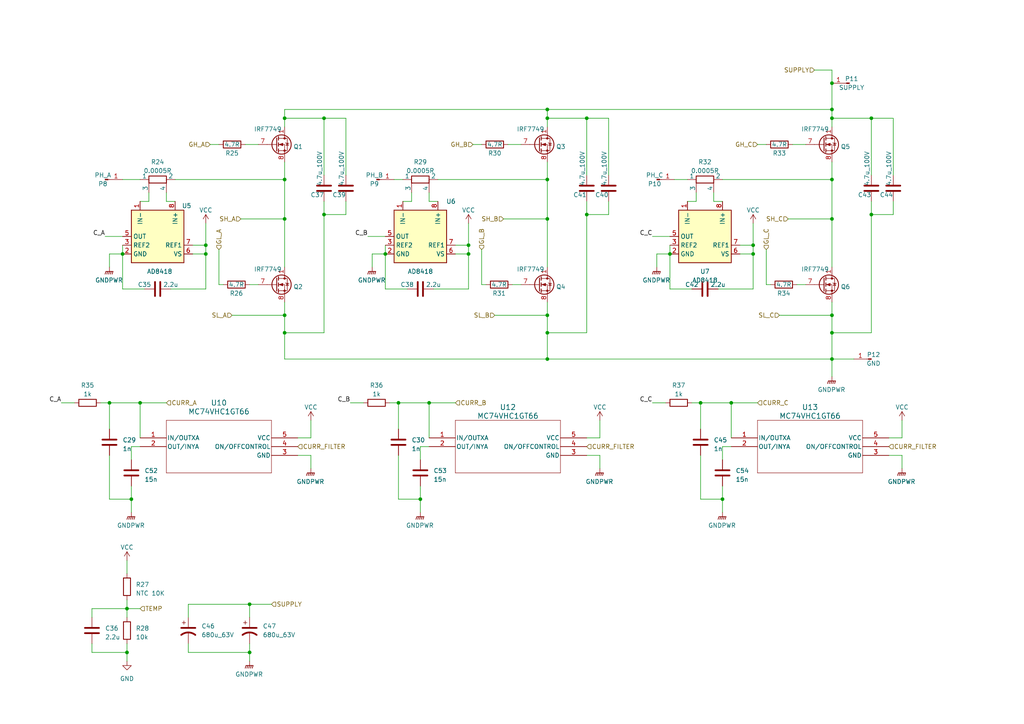
<source format=kicad_sch>
(kicad_sch (version 20230121) (generator eeschema)
  (paper "A4")
  (lib_symbols
    (symbol "AD8418_1"
      (property "Reference" "U2" (at 7.0359 8.89 0))
      (property "Value" "AD8418" (at -3.1241 -10.16 0))
      (symbol "AD8418_1_0_1"
        (rectangle (start -7.62 7.62) (end 7.62 -7.62) (stroke (width 0.254)) (fill (type background)))
      )
      (symbol "AD8418_1_1_1"
        (pin input line (at -5.08 10.16 270) (length 2.54) (name "IN-") (number "1"))
        (pin power_in line (at -10.16 -5.08 0) (length 2.54) (name "GND") (number "2"))
        (pin input line (at -10.16 -2.54 0) (length 2.54) (name "REF2") (number "3"))
        (pin no_connect line (at 2.54 -7.62 90) (length 2.54) hide (name "NC") (number "4"))
        (pin output line (at -10.16 0 0) (length 2.54) (name "OUT") (number "5"))
        (pin power_in line (at 10.16 -5.08 180) (length 2.54) (name "VS") (number "6"))
        (pin input line (at 10.16 -2.54 180) (length 2.54) (name "REF1") (number "7"))
        (pin input line (at 5.08 10.16 270) (length 2.54) (name "IN+") (number "8"))
      )
    )
    (symbol "AD8418_2"
      (property "Reference" "U2" (at 7.0359 8.89 0))
      (property "Value" "AD8418" (at -3.1241 -10.16 0))
      (symbol "AD8418_2_0_1"
        (rectangle (start -7.62 7.62) (end 7.62 -7.62) (stroke (width 0.254)) (fill (type background)))
      )
      (symbol "AD8418_2_1_1"
        (pin input line (at -5.08 10.16 270) (length 2.54) (name "IN-") (number "1"))
        (pin power_in line (at -10.16 -5.08 0) (length 2.54) (name "GND") (number "2"))
        (pin input line (at -10.16 -2.54 0) (length 2.54) (name "REF2") (number "3"))
        (pin no_connect line (at 2.54 -7.62 90) (length 2.54) hide (name "NC") (number "4"))
        (pin output line (at -10.16 0 0) (length 2.54) (name "OUT") (number "5"))
        (pin power_in line (at 10.16 -5.08 180) (length 2.54) (name "VS") (number "6"))
        (pin input line (at 10.16 -2.54 180) (length 2.54) (name "REF1") (number "7"))
        (pin input line (at 5.08 10.16 270) (length 2.54) (name "IN+") (number "8"))
      )
    )
    (symbol "Amplifier_Current:AD8418"
      (property "Reference" "U2" (at 7.0359 8.89 0))
      (property "Value" "AD8418" (at -3.1241 -10.16 0))
      (symbol "AD8418_0_1"
        (rectangle (start -7.62 7.62) (end 7.62 -7.62) (stroke (width 0.254)) (fill (type background)))
      )
      (symbol "AD8418_1_1"
        (pin input line (at -5.08 10.16 270) (length 2.54) (name "IN-") (number "1"))
        (pin power_in line (at -10.16 -5.08 0) (length 2.54) (name "GND") (number "2"))
        (pin input line (at -10.16 -2.54 0) (length 2.54) (name "REF2") (number "3"))
        (pin no_connect line (at 2.54 -7.62 90) (length 2.54) hide (name "NC") (number "4"))
        (pin output line (at -10.16 0 0) (length 2.54) (name "OUT") (number "5"))
        (pin power_in line (at 10.16 -5.08 180) (length 2.54) (name "VS") (number "6"))
        (pin input line (at 10.16 -2.54 180) (length 2.54) (name "REF1") (number "7"))
        (pin input line (at 5.08 10.16 270) (length 2.54) (name "IN+") (number "8"))
      )
    )
    (symbol "Connector:Conn_01x01_Pin" (pin_names (offset 1.016) hide)
      (property "Reference" "J" (at 0 2.54 0))
      (property "Value" "Conn_01x01_Pin" (at 0 -2.54 0))
      (symbol "Conn_01x01_Pin_1_1"
        (polyline (pts (xy 1.27 0) (xy 0.8636 0)) (stroke (width 0.1524)))
        (rectangle (start 0.8636 0.127) (end 0 -0.127) (stroke (width 0.1524)) (fill (type outline)))
        (pin passive line (at 5.08 0 180) (length 3.81) (name "Pin_1") (number "1"))
      )
    )
    (symbol "Device:C" (pin_numbers hide) (pin_names (offset 0.254))
      (property "Reference" "C" (at 0.635 2.54 0))
      (property "Value" "C" (at 0.635 -2.54 0))
      (symbol "C_0_1"
        (polyline (pts (xy -2.032 -0.762) (xy 2.032 -0.762)) (stroke (width 0.508)))
        (polyline (pts (xy -2.032 0.762) (xy 2.032 0.762)) (stroke (width 0.508)))
      )
      (symbol "C_1_1"
        (pin passive line (at 0 3.81 270) (length 2.794) (name "~") (number "1"))
        (pin passive line (at 0 -3.81 90) (length 2.794) (name "~") (number "2"))
      )
    )
    (symbol "Device:C_Polarized_US" (pin_numbers hide) (pin_names (offset 0.254) hide)
      (property "Reference" "C" (at 0.635 2.54 0))
      (property "Value" "C_Polarized_US" (at 0.635 -2.54 0))
      (symbol "C_Polarized_US_0_1"
        (polyline (pts (xy -2.032 0.762) (xy 2.032 0.762)) (stroke (width 0.508)))
        (polyline (pts (xy -1.778 2.286) (xy -0.762 2.286)))
        (polyline (pts (xy -1.27 1.778) (xy -1.27 2.794)))
        (arc (start 2.032 -1.27) (mid 0 -0.5572) (end -2.032 -1.27) (stroke (width 0.508)))
      )
      (symbol "C_Polarized_US_1_1"
        (pin passive line (at 0 3.81 270) (length 2.794) (name "~") (number "1"))
        (pin passive line (at 0 -3.81 90) (length 3.302) (name "~") (number "2"))
      )
    )
    (symbol "Device:R" (pin_numbers hide) (pin_names (offset 0))
      (property "Reference" "R" (at 2.032 0 90))
      (property "Value" "R" (at 0 0 90))
      (symbol "R_0_1"
        (rectangle (start -1.016 -2.54) (end 1.016 2.54) (stroke (width 0.254)))
      )
      (symbol "R_1_1"
        (pin passive line (at 0 3.81 270) (length 1.27) (name "~") (number "1"))
        (pin passive line (at 0 -3.81 90) (length 1.27) (name "~") (number "2"))
      )
    )
    (symbol "Device:R_Shunt" (pin_numbers hide) (pin_names (offset 0))
      (property "Reference" "R24" (at 0 5.08 90))
      (property "Value" "0.0005R" (at 0 2.54 90))
      (symbol "R_Shunt_0_1"
        (rectangle (start -1.016 -2.54) (end 1.016 2.54) (stroke (width 0.254)))
        (polyline (pts (xy 0 -2.54) (xy 1.27 -2.54)))
        (polyline (pts (xy 1.27 2.54) (xy 0 2.54)))
      )
      (symbol "R_Shunt_1_1"
        (pin passive line (at 0 -5.08 90) (length 2.54) (name "1") (number "1"))
        (pin passive line (at 0 5.08 270) (length 2.54) (name "2") (number "2"))
        (pin passive line (at 3.81 -2.54 180) (length 2.54) (name "3") (number "3"))
        (pin passive line (at 3.81 2.54 180) (length 2.54) (name "4") (number "4"))
      )
    )
    (symbol "M74VHC1GT66DFT1G:MC74VHC1GT66DF1G" (pin_names (offset 0.254))
      (property "Reference" "U10" (at 33.02 8.89 0))
      (property "Value" "MC74VHC1GT66" (at 33.02 6.35 0))
      (symbol "MC74VHC1GT66DF1G_0_1"
        (polyline (pts (xy 17.78 -10.16) (xy 48.26 -10.16)) (stroke (width 0.127)))
        (polyline (pts (xy 17.78 5.08) (xy 17.78 -10.16)) (stroke (width 0.127)))
        (polyline (pts (xy 48.26 -10.16) (xy 48.26 5.08)) (stroke (width 0.127)))
        (polyline (pts (xy 48.26 5.08) (xy 17.78 5.08)) (stroke (width 0.127)))
        (pin bidirectional line (at 10.16 0 0) (length 7.62) (name "IN/OUTXA") (number "1"))
        (pin bidirectional line (at 10.16 -2.54 0) (length 7.62) (name "OUT/INYA") (number "2"))
        (pin power_in line (at 55.88 -5.08 180) (length 7.62) (name "GND") (number "3"))
        (pin bidirectional line (at 55.88 -2.54 180) (length 7.62) (name "ON/OFFCONTROL") (number "4"))
        (pin power_in line (at 55.88 0 180) (length 7.62) (name "VCC") (number "5"))
      )
    )
    (symbol "MC74VHC1GT66DF1G_1" (pin_names (offset 0.254))
      (property "Reference" "U10" (at 33.02 8.89 0))
      (property "Value" "MC74VHC1GT66" (at 33.02 6.35 0))
      (symbol "MC74VHC1GT66DF1G_1_0_1"
        (polyline (pts (xy 17.78 -10.16) (xy 48.26 -10.16)) (stroke (width 0.127)))
        (polyline (pts (xy 17.78 5.08) (xy 17.78 -10.16)) (stroke (width 0.127)))
        (polyline (pts (xy 48.26 -10.16) (xy 48.26 5.08)) (stroke (width 0.127)))
        (polyline (pts (xy 48.26 5.08) (xy 17.78 5.08)) (stroke (width 0.127)))
        (pin bidirectional line (at 10.16 0 0) (length 7.62) (name "IN/OUTXA") (number "1"))
        (pin bidirectional line (at 10.16 -2.54 0) (length 7.62) (name "OUT/INYA") (number "2"))
        (pin power_in line (at 55.88 -5.08 180) (length 7.62) (name "GND") (number "3"))
        (pin bidirectional line (at 55.88 -2.54 180) (length 7.62) (name "ON/OFFCONTROL") (number "4"))
        (pin power_in line (at 55.88 0 180) (length 7.62) (name "VCC") (number "5"))
      )
    )
    (symbol "MC74VHC1GT66DF1G_2" (pin_names (offset 0.254))
      (property "Reference" "U10" (at 33.02 8.89 0))
      (property "Value" "MC74VHC1GT66" (at 33.02 6.35 0))
      (symbol "MC74VHC1GT66DF1G_2_0_1"
        (polyline (pts (xy 17.78 -10.16) (xy 48.26 -10.16)) (stroke (width 0.127)))
        (polyline (pts (xy 17.78 5.08) (xy 17.78 -10.16)) (stroke (width 0.127)))
        (polyline (pts (xy 48.26 -10.16) (xy 48.26 5.08)) (stroke (width 0.127)))
        (polyline (pts (xy 48.26 5.08) (xy 17.78 5.08)) (stroke (width 0.127)))
        (pin bidirectional line (at 10.16 0 0) (length 7.62) (name "IN/OUTXA") (number "1"))
        (pin bidirectional line (at 10.16 -2.54 0) (length 7.62) (name "OUT/INYA") (number "2"))
        (pin power_in line (at 55.88 -5.08 180) (length 7.62) (name "GND") (number "3"))
        (pin bidirectional line (at 55.88 -2.54 180) (length 7.62) (name "ON/OFFCONTROL") (number "4"))
        (pin power_in line (at 55.88 0 180) (length 7.62) (name "VCC") (number "5"))
      )
    )
    (symbol "Q_NMOS_DGS_1" (pin_names (offset 0) hide)
      (property "Reference" "Q1" (at 5.08 -0.635 0))
      (property "Value" "IRF7749" (at -6.35 4.445 0))
      (symbol "Q_NMOS_DGS_1_0_1"
        (polyline (pts (xy 0.254 0) (xy -2.54 0)))
        (polyline (pts (xy 0.254 1.905) (xy 0.254 -1.905)) (stroke (width 0.254)))
        (polyline (pts (xy 0.762 -1.27) (xy 0.762 -2.286)) (stroke (width 0.254)))
        (polyline (pts (xy 0.762 0.508) (xy 0.762 -0.508)) (stroke (width 0.254)))
        (polyline (pts (xy 0.762 2.286) (xy 0.762 1.27)) (stroke (width 0.254)))
        (polyline (pts (xy 2.54 2.54) (xy 2.54 1.778)))
        (polyline (pts (xy 2.54 -2.54) (xy 2.54 0) (xy 0.762 0)))
        (polyline (pts (xy 0.762 -1.778) (xy 3.302 -1.778) (xy 3.302 1.778) (xy 0.762 1.778)))
        (polyline (pts (xy 1.016 0) (xy 2.032 0.381) (xy 2.032 -0.381) (xy 1.016 0)) (fill (type outline)))
        (polyline (pts (xy 2.794 0.508) (xy 2.921 0.381) (xy 3.683 0.381) (xy 3.81 0.254)))
        (polyline (pts (xy 3.302 0.381) (xy 2.921 -0.254) (xy 3.683 -0.254) (xy 3.302 0.381)))
        (circle (center 1.651 0) (radius 2.794) (stroke (width 0.254)))
        (circle (center 2.54 -1.778) (radius 0.254) (fill (type outline)))
        (circle (center 2.54 1.778) (radius 0.254) (fill (type outline)))
      )
      (symbol "Q_NMOS_DGS_1_1_1"
        (pin passive line (at 2.54 5.08 270) (length 2.54) (name "D") (number "1"))
        (pin input line (at -5.08 0 0) (length 2.54) (name "G") (number "7"))
        (pin passive line (at 2.54 -5.08 90) (length 2.54) (name "S") (number "8"))
      )
    )
    (symbol "Q_NMOS_DGS_2" (pin_names (offset 0) hide)
      (property "Reference" "Q3" (at 5.08 -0.635 0))
      (property "Value" "IRF7749" (at -6.35 4.445 0))
      (symbol "Q_NMOS_DGS_2_0_1"
        (polyline (pts (xy 0.254 0) (xy -2.54 0)))
        (polyline (pts (xy 0.254 1.905) (xy 0.254 -1.905)) (stroke (width 0.254)))
        (polyline (pts (xy 0.762 -1.27) (xy 0.762 -2.286)) (stroke (width 0.254)))
        (polyline (pts (xy 0.762 0.508) (xy 0.762 -0.508)) (stroke (width 0.254)))
        (polyline (pts (xy 0.762 2.286) (xy 0.762 1.27)) (stroke (width 0.254)))
        (polyline (pts (xy 2.54 2.54) (xy 2.54 1.778)))
        (polyline (pts (xy 2.54 -2.54) (xy 2.54 0) (xy 0.762 0)))
        (polyline (pts (xy 0.762 -1.778) (xy 3.302 -1.778) (xy 3.302 1.778) (xy 0.762 1.778)))
        (polyline (pts (xy 1.016 0) (xy 2.032 0.381) (xy 2.032 -0.381) (xy 1.016 0)) (fill (type outline)))
        (polyline (pts (xy 2.794 0.508) (xy 2.921 0.381) (xy 3.683 0.381) (xy 3.81 0.254)))
        (polyline (pts (xy 3.302 0.381) (xy 2.921 -0.254) (xy 3.683 -0.254) (xy 3.302 0.381)))
        (circle (center 1.651 0) (radius 2.794) (stroke (width 0.254)))
        (circle (center 2.54 -1.778) (radius 0.254) (fill (type outline)))
        (circle (center 2.54 1.778) (radius 0.254) (fill (type outline)))
      )
      (symbol "Q_NMOS_DGS_2_1_1"
        (pin passive line (at 2.54 5.08 270) (length 2.54) (name "D") (number "1"))
        (pin input line (at -5.08 0 0) (length 2.54) (name "G") (number "7"))
        (pin passive line (at 2.54 -5.08 90) (length 2.54) (name "S") (number "8"))
      )
    )
    (symbol "R_Shunt_1" (pin_numbers hide) (pin_names (offset 0))
      (property "Reference" "R24" (at 0 5.08 90))
      (property "Value" "0.0005R" (at 0 2.54 90))
      (symbol "R_Shunt_1_0_1"
        (rectangle (start -1.016 -2.54) (end 1.016 2.54) (stroke (width 0.254)))
        (polyline (pts (xy 0 -2.54) (xy 1.27 -2.54)))
        (polyline (pts (xy 1.27 2.54) (xy 0 2.54)))
      )
      (symbol "R_Shunt_1_1_1"
        (pin passive line (at 0 -5.08 90) (length 2.54) (name "1") (number "1"))
        (pin passive line (at 0 5.08 270) (length 2.54) (name "2") (number "2"))
        (pin passive line (at 3.81 -2.54 180) (length 2.54) (name "3") (number "3"))
        (pin passive line (at 3.81 2.54 180) (length 2.54) (name "4") (number "4"))
      )
    )
    (symbol "R_Shunt_2" (pin_numbers hide) (pin_names (offset 0))
      (property "Reference" "R24" (at 0 5.08 90))
      (property "Value" "0.0005R" (at 0 2.54 90))
      (symbol "R_Shunt_2_0_1"
        (rectangle (start -1.016 -2.54) (end 1.016 2.54) (stroke (width 0.254)))
        (polyline (pts (xy 0 -2.54) (xy 1.27 -2.54)))
        (polyline (pts (xy 1.27 2.54) (xy 0 2.54)))
      )
      (symbol "R_Shunt_2_1_1"
        (pin passive line (at 0 -5.08 90) (length 2.54) (name "1") (number "1"))
        (pin passive line (at 0 5.08 270) (length 2.54) (name "2") (number "2"))
        (pin passive line (at 3.81 -2.54 180) (length 2.54) (name "3") (number "3"))
        (pin passive line (at 3.81 2.54 180) (length 2.54) (name "4") (number "4"))
      )
    )
    (symbol "power:GND" (power) (pin_names (offset 0))
      (property "Value" "GND" (at 0 -3.81 0))
      (symbol "GND_0_1"
        (polyline (pts (xy 0 0) (xy 0 -1.27) (xy 1.27 -1.27) (xy 0 -2.54) (xy -1.27 -1.27) (xy 0 -1.27)))
      )
      (symbol "GND_1_1"
        (pin power_in line (at 0 0 270) (length 0) hide (name "GND") (number "1"))
      )
    )
    (symbol "power:GNDPWR" (power) (pin_names (offset 0))
      (property "Value" "GNDPWR" (at 0 -3.302 0))
      (symbol "GNDPWR_0_1"
        (polyline (pts (xy 0 -1.27) (xy 0 0)))
        (polyline (pts (xy -1.016 -1.27) (xy -1.27 -2.032) (xy -1.27 -2.032)) (stroke (width 0.2032)))
        (polyline (pts (xy -0.508 -1.27) (xy -0.762 -2.032) (xy -0.762 -2.032)) (stroke (width 0.2032)))
        (polyline (pts (xy 0 -1.27) (xy -0.254 -2.032) (xy -0.254 -2.032)) (stroke (width 0.2032)))
        (polyline (pts (xy 0.508 -1.27) (xy 0.254 -2.032) (xy 0.254 -2.032)) (stroke (width 0.2032)))
        (polyline (pts (xy 1.016 -1.27) (xy -1.016 -1.27) (xy -1.016 -1.27)) (stroke (width 0.2032)))
        (polyline (pts (xy 1.016 -1.27) (xy 0.762 -2.032) (xy 0.762 -2.032) (xy 0.762 -2.032)) (stroke (width 0.2032)))
      )
      (symbol "GNDPWR_1_1"
        (pin power_in line (at 0 0 270) (length 0) hide (name "GNDPWR") (number "1"))
      )
    )
    (symbol "power:VCC" (power) (pin_names (offset 0))
      (property "Value" "VCC" (at 0 3.81 0))
      (symbol "VCC_0_1"
        (polyline (pts (xy -0.762 1.27) (xy 0 2.54)))
        (polyline (pts (xy 0 0) (xy 0 2.54)))
        (polyline (pts (xy 0 2.54) (xy 0.762 1.27)))
      )
      (symbol "VCC_1_1"
        (pin power_in line (at 0 0 90) (length 0) hide (name "VCC") (number "1"))
      )
    )
  )
  (junction (at 241.3 34.29))
  (junction (at 72.39 175.26))
  (junction (at 170.18 34.29))
  (junction (at 212.09 116.84))
  (junction (at 158.75 96.52))
  (junction (at 158.75 34.29))
  (junction (at 135.89 73.66))
  (junction (at 59.69 71.12))
  (junction (at 93.98 34.29))
  (junction (at 82.55 52.07))
  (junction (at 93.98 62.23))
  (junction (at 40.64 116.84))
  (junction (at 241.3 91.44))
  (junction (at 194.31 73.66))
  (junction (at 158.75 63.5))
  (junction (at 241.3 96.52))
  (junction (at 82.55 63.5))
  (junction (at 82.55 96.52))
  (junction (at 218.44 73.66))
  (junction (at 36.83 176.53))
  (junction (at 209.55 144.78))
  (junction (at 82.55 34.29))
  (junction (at 31.75 116.84))
  (junction (at 170.18 62.23))
  (junction (at 124.46 116.84))
  (junction (at 72.39 189.23))
  (junction (at 59.69 73.66))
  (junction (at 158.75 52.07))
  (junction (at 135.89 71.12))
  (junction (at 252.73 34.29))
  (junction (at 218.44 71.12))
  (junction (at 115.57 116.84))
  (junction (at 203.2 116.84))
  (junction (at 241.3 31.75))
  (junction (at 121.92 144.78))
  (junction (at 35.56 73.66))
  (junction (at 252.73 62.23))
  (junction (at 241.3 104.14))
  (junction (at 158.75 91.44))
  (junction (at 38.1 144.78))
  (junction (at 241.3 24.13))
  (junction (at 241.3 63.5))
  (junction (at 82.55 91.44))
  (junction (at 36.83 189.23))
  (junction (at 241.3 52.07))
  (junction (at 111.76 73.66))
  (junction (at 158.75 104.14))
  (junction (at 158.75 31.75))
  (wire (pts (xy 72.39 175.26) (xy 78.74 175.26)))
  (wire (pts (xy 189.23 68.58) (xy 194.31 68.58)))
  (wire (pts (xy 201.93 58.42) (xy 201.93 55.88)))
  (wire (pts (xy 106.68 68.58) (xy 111.76 68.58)))
  (wire (pts (xy 17.78 116.84) (xy 21.59 116.84)))
  (wire (pts (xy 170.18 34.29) (xy 158.75 34.29)))
  (wire (pts (xy 176.53 50.8) (xy 176.53 34.29)))
  (wire (pts (xy 55.88 71.12) (xy 59.69 71.12)))
  (wire (pts (xy 30.48 68.58) (xy 35.56 68.58)))
  (wire (pts (xy 207.01 58.42) (xy 209.55 58.42)))
  (wire (pts (xy 135.89 73.66) (xy 135.89 83.82)))
  (wire (pts (xy 241.3 91.44) (xy 241.3 96.52)))
  (wire (pts (xy 158.75 96.52) (xy 158.75 104.14)))
  (wire (pts (xy 261.62 121.92) (xy 261.62 127)))
  (wire (pts (xy 26.67 186.69) (xy 26.67 189.23)))
  (wire (pts (xy 261.62 127) (xy 257.81 127)))
  (wire (pts (xy 241.3 31.75) (xy 241.3 24.13)))
  (wire (pts (xy 223.52 82.55) (xy 222.25 82.55)))
  (wire (pts (xy 26.67 176.53) (xy 36.83 176.53)))
  (wire (pts (xy 71.12 41.91) (xy 74.93 41.91)))
  (wire (pts (xy 116.84 58.42) (xy 119.38 58.42)))
  (wire (pts (xy 115.57 116.84) (xy 124.46 116.84)))
  (wire (pts (xy 40.64 127) (xy 40.64 116.84)))
  (wire (pts (xy 218.44 73.66) (xy 218.44 83.82)))
  (wire (pts (xy 121.92 144.78) (xy 121.92 148.59)))
  (wire (pts (xy 241.3 36.83) (xy 241.3 34.29)))
  (wire (pts (xy 36.83 176.53) (xy 40.64 176.53)))
  (wire (pts (xy 259.08 34.29) (xy 252.73 34.29)))
  (wire (pts (xy 31.75 144.78) (xy 38.1 144.78)))
  (wire (pts (xy 82.55 91.44) (xy 82.55 96.52)))
  (wire (pts (xy 31.75 132.08) (xy 31.75 144.78)))
  (wire (pts (xy 101.6 116.84) (xy 105.41 116.84)))
  (wire (pts (xy 252.73 96.52) (xy 241.3 96.52)))
  (wire (pts (xy 139.7 72.39) (xy 139.7 82.55)))
  (wire (pts (xy 90.17 132.08) (xy 90.17 135.89)))
  (wire (pts (xy 135.89 64.77) (xy 135.89 71.12)))
  (wire (pts (xy 59.69 71.12) (xy 59.69 73.66)))
  (wire (pts (xy 214.63 73.66) (xy 218.44 73.66)))
  (wire (pts (xy 93.98 50.8) (xy 93.98 34.29)))
  (wire (pts (xy 31.75 124.46) (xy 31.75 116.84)))
  (wire (pts (xy 252.73 50.8) (xy 252.73 34.29)))
  (wire (pts (xy 194.31 83.82) (xy 200.66 83.82)))
  (wire (pts (xy 40.64 129.54) (xy 38.1 129.54)))
  (wire (pts (xy 214.63 71.12) (xy 218.44 71.12)))
  (wire (pts (xy 158.75 46.99) (xy 158.75 52.07)))
  (wire (pts (xy 69.85 63.5) (xy 82.55 63.5)))
  (wire (pts (xy 93.98 62.23) (xy 93.98 96.52)))
  (wire (pts (xy 252.73 34.29) (xy 241.3 34.29)))
  (wire (pts (xy 35.56 73.66) (xy 31.75 73.66)))
  (wire (pts (xy 207.01 55.88) (xy 207.01 58.42)))
  (wire (pts (xy 31.75 116.84) (xy 40.64 116.84)))
  (wire (pts (xy 72.39 179.07) (xy 72.39 175.26)))
  (wire (pts (xy 252.73 62.23) (xy 252.73 96.52)))
  (wire (pts (xy 124.46 116.84) (xy 132.08 116.84)))
  (wire (pts (xy 63.5 72.39) (xy 63.5 82.55)))
  (wire (pts (xy 241.3 63.5) (xy 241.3 77.47)))
  (wire (pts (xy 48.26 58.42) (xy 50.8 58.42)))
  (wire (pts (xy 170.18 96.52) (xy 158.75 96.52)))
  (wire (pts (xy 38.1 129.54) (xy 38.1 133.35)))
  (wire (pts (xy 121.92 129.54) (xy 121.92 133.35)))
  (wire (pts (xy 111.76 83.82) (xy 118.11 83.82)))
  (wire (pts (xy 54.61 189.23) (xy 72.39 189.23)))
  (wire (pts (xy 259.08 58.42) (xy 259.08 62.23)))
  (wire (pts (xy 200.66 116.84) (xy 203.2 116.84)))
  (wire (pts (xy 82.55 34.29) (xy 82.55 31.75)))
  (wire (pts (xy 29.21 116.84) (xy 31.75 116.84)))
  (wire (pts (xy 60.96 41.91) (xy 63.5 41.91)))
  (wire (pts (xy 107.95 73.66) (xy 107.95 77.47)))
  (wire (pts (xy 212.09 116.84) (xy 219.71 116.84)))
  (wire (pts (xy 132.08 71.12) (xy 135.89 71.12)))
  (wire (pts (xy 158.75 63.5) (xy 158.75 77.47)))
  (wire (pts (xy 259.08 62.23) (xy 252.73 62.23)))
  (wire (pts (xy 113.03 116.84) (xy 115.57 116.84)))
  (wire (pts (xy 218.44 64.77) (xy 218.44 71.12)))
  (wire (pts (xy 203.2 132.08) (xy 203.2 144.78)))
  (wire (pts (xy 115.57 144.78) (xy 121.92 144.78)))
  (wire (pts (xy 241.3 104.14) (xy 241.3 109.22)))
  (wire (pts (xy 241.3 34.29) (xy 241.3 31.75)))
  (wire (pts (xy 115.57 124.46) (xy 115.57 116.84)))
  (wire (pts (xy 82.55 31.75) (xy 158.75 31.75)))
  (wire (pts (xy 115.57 132.08) (xy 115.57 144.78)))
  (wire (pts (xy 124.46 127) (xy 124.46 116.84)))
  (wire (pts (xy 100.33 58.42) (xy 100.33 62.23)))
  (wire (pts (xy 111.76 73.66) (xy 111.76 83.82)))
  (wire (pts (xy 146.05 63.5) (xy 158.75 63.5)))
  (wire (pts (xy 82.55 104.14) (xy 158.75 104.14)))
  (wire (pts (xy 203.2 116.84) (xy 212.09 116.84)))
  (wire (pts (xy 212.09 129.54) (xy 209.55 129.54)))
  (wire (pts (xy 54.61 186.69) (xy 54.61 189.23)))
  (wire (pts (xy 90.17 121.92) (xy 90.17 127)))
  (wire (pts (xy 31.75 73.66) (xy 31.75 77.47)))
  (wire (pts (xy 173.99 132.08) (xy 173.99 135.89)))
  (wire (pts (xy 257.81 132.08) (xy 261.62 132.08)))
  (wire (pts (xy 170.18 58.42) (xy 170.18 62.23)))
  (wire (pts (xy 43.18 58.42) (xy 43.18 55.88)))
  (wire (pts (xy 241.3 87.63) (xy 241.3 91.44)))
  (wire (pts (xy 194.31 73.66) (xy 194.31 83.82)))
  (wire (pts (xy 36.83 162.56) (xy 36.83 166.37)))
  (wire (pts (xy 100.33 34.29) (xy 93.98 34.29)))
  (wire (pts (xy 124.46 55.88) (xy 124.46 58.42)))
  (wire (pts (xy 36.83 176.53) (xy 36.83 179.07)))
  (wire (pts (xy 72.39 82.55) (xy 74.93 82.55)))
  (wire (pts (xy 203.2 124.46) (xy 203.2 116.84)))
  (wire (pts (xy 173.99 127) (xy 170.18 127)))
  (wire (pts (xy 48.26 55.88) (xy 48.26 58.42)))
  (wire (pts (xy 82.55 63.5) (xy 82.55 77.47)))
  (wire (pts (xy 67.31 91.44) (xy 82.55 91.44)))
  (wire (pts (xy 111.76 73.66) (xy 107.95 73.66)))
  (wire (pts (xy 36.83 173.99) (xy 36.83 176.53)))
  (wire (pts (xy 125.73 83.82) (xy 135.89 83.82)))
  (wire (pts (xy 35.56 73.66) (xy 35.56 83.82)))
  (wire (pts (xy 93.98 34.29) (xy 82.55 34.29)))
  (wire (pts (xy 86.36 132.08) (xy 90.17 132.08)))
  (wire (pts (xy 176.53 58.42) (xy 176.53 62.23)))
  (wire (pts (xy 114.3 52.07) (xy 116.84 52.07)))
  (wire (pts (xy 119.38 58.42) (xy 119.38 55.88)))
  (wire (pts (xy 158.75 36.83) (xy 158.75 34.29)))
  (wire (pts (xy 252.73 58.42) (xy 252.73 62.23)))
  (wire (pts (xy 40.64 116.84) (xy 48.26 116.84)))
  (wire (pts (xy 158.75 31.75) (xy 241.3 31.75)))
  (wire (pts (xy 121.92 140.97) (xy 121.92 144.78)))
  (wire (pts (xy 26.67 179.07) (xy 26.67 176.53)))
  (wire (pts (xy 35.56 52.07) (xy 40.64 52.07)))
  (wire (pts (xy 158.75 34.29) (xy 158.75 31.75)))
  (wire (pts (xy 59.69 64.77) (xy 59.69 71.12)))
  (wire (pts (xy 170.18 132.08) (xy 173.99 132.08)))
  (wire (pts (xy 176.53 34.29) (xy 170.18 34.29)))
  (wire (pts (xy 147.32 41.91) (xy 151.13 41.91)))
  (wire (pts (xy 229.87 41.91) (xy 233.68 41.91)))
  (wire (pts (xy 38.1 140.97) (xy 38.1 144.78)))
  (wire (pts (xy 59.69 73.66) (xy 59.69 83.82)))
  (wire (pts (xy 82.55 87.63) (xy 82.55 91.44)))
  (wire (pts (xy 143.51 91.44) (xy 158.75 91.44)))
  (wire (pts (xy 203.2 144.78) (xy 209.55 144.78)))
  (wire (pts (xy 100.33 62.23) (xy 93.98 62.23)))
  (wire (pts (xy 173.99 121.92) (xy 173.99 127)))
  (wire (pts (xy 170.18 62.23) (xy 170.18 96.52)))
  (wire (pts (xy 195.58 52.07) (xy 199.39 52.07)))
  (wire (pts (xy 64.77 82.55) (xy 63.5 82.55)))
  (wire (pts (xy 209.55 144.78) (xy 209.55 148.59)))
  (wire (pts (xy 219.71 41.91) (xy 222.25 41.91)))
  (wire (pts (xy 49.53 83.82) (xy 59.69 83.82)))
  (wire (pts (xy 259.08 50.8) (xy 259.08 34.29)))
  (wire (pts (xy 90.17 127) (xy 86.36 127)))
  (wire (pts (xy 54.61 175.26) (xy 54.61 179.07)))
  (wire (pts (xy 222.25 72.39) (xy 222.25 82.55)))
  (wire (pts (xy 158.75 52.07) (xy 158.75 63.5)))
  (wire (pts (xy 72.39 175.26) (xy 54.61 175.26)))
  (wire (pts (xy 72.39 189.23) (xy 72.39 186.69)))
  (wire (pts (xy 36.83 189.23) (xy 36.83 191.77)))
  (wire (pts (xy 209.55 140.97) (xy 209.55 144.78)))
  (wire (pts (xy 35.56 71.12) (xy 35.56 73.66)))
  (wire (pts (xy 111.76 71.12) (xy 111.76 73.66)))
  (wire (pts (xy 26.67 189.23) (xy 36.83 189.23)))
  (wire (pts (xy 93.98 96.52) (xy 82.55 96.52)))
  (wire (pts (xy 82.55 96.52) (xy 82.55 104.14)))
  (wire (pts (xy 55.88 73.66) (xy 59.69 73.66)))
  (wire (pts (xy 50.8 52.07) (xy 82.55 52.07)))
  (wire (pts (xy 199.39 58.42) (xy 201.93 58.42)))
  (wire (pts (xy 158.75 87.63) (xy 158.75 91.44)))
  (wire (pts (xy 231.14 82.55) (xy 233.68 82.55)))
  (wire (pts (xy 228.6 63.5) (xy 241.3 63.5)))
  (wire (pts (xy 93.98 58.42) (xy 93.98 62.23)))
  (wire (pts (xy 82.55 36.83) (xy 82.55 34.29)))
  (wire (pts (xy 241.3 24.13) (xy 241.3 20.32)))
  (wire (pts (xy 40.64 58.42) (xy 43.18 58.42)))
  (wire (pts (xy 135.89 71.12) (xy 135.89 73.66)))
  (wire (pts (xy 132.08 73.66) (xy 135.89 73.66)))
  (wire (pts (xy 170.18 50.8) (xy 170.18 34.29)))
  (wire (pts (xy 209.55 52.07) (xy 241.3 52.07)))
  (wire (pts (xy 212.09 127) (xy 212.09 116.84)))
  (wire (pts (xy 140.97 82.55) (xy 139.7 82.55)))
  (wire (pts (xy 72.39 189.23) (xy 72.39 191.77)))
  (wire (pts (xy 241.3 20.32) (xy 236.22 20.32)))
  (wire (pts (xy 218.44 71.12) (xy 218.44 73.66)))
  (wire (pts (xy 148.59 82.55) (xy 151.13 82.55)))
  (wire (pts (xy 82.55 46.99) (xy 82.55 52.07)))
  (wire (pts (xy 194.31 73.66) (xy 190.5 73.66)))
  (wire (pts (xy 38.1 144.78) (xy 38.1 148.59)))
  (wire (pts (xy 137.16 41.91) (xy 139.7 41.91)))
  (wire (pts (xy 241.3 52.07) (xy 241.3 63.5)))
  (wire (pts (xy 189.23 116.84) (xy 193.04 116.84)))
  (wire (pts (xy 36.83 186.69) (xy 36.83 189.23)))
  (wire (pts (xy 241.3 104.14) (xy 247.65 104.14)))
  (wire (pts (xy 241.3 46.99) (xy 241.3 52.07)))
  (wire (pts (xy 100.33 50.8) (xy 100.33 34.29)))
  (wire (pts (xy 158.75 91.44) (xy 158.75 96.52)))
  (wire (pts (xy 241.3 96.52) (xy 241.3 104.14)))
  (wire (pts (xy 194.31 71.12) (xy 194.31 73.66)))
  (wire (pts (xy 208.28 83.82) (xy 218.44 83.82)))
  (wire (pts (xy 158.75 104.14) (xy 241.3 104.14)))
  (wire (pts (xy 82.55 52.07) (xy 82.55 63.5)))
  (wire (pts (xy 127 52.07) (xy 158.75 52.07)))
  (wire (pts (xy 226.06 91.44) (xy 241.3 91.44)))
  (wire (pts (xy 261.62 132.08) (xy 261.62 135.89)))
  (wire (pts (xy 35.56 83.82) (xy 41.91 83.82)))
  (wire (pts (xy 209.55 129.54) (xy 209.55 133.35)))
  (wire (pts (xy 190.5 73.66) (xy 190.5 77.47)))
  (wire (pts (xy 176.53 62.23) (xy 170.18 62.23)))
  (wire (pts (xy 124.46 58.42) (xy 127 58.42)))
  (wire (pts (xy 124.46 129.54) (xy 121.92 129.54)))
  (label "C_C" (at 189.23 116.84 180))
  (label "C_A" (at 17.78 116.84 180))
  (label "C_C" (at 189.23 68.58 180))
  (label "C_B" (at 106.68 68.58 180))
  (label "C_B" (at 101.6 116.84 180))
  (label "C_A" (at 30.48 68.58 180))
  (hierarchical_label "CURR_A" (shape input) (at 48.26 116.84 0))
  (hierarchical_label "SL_C" (shape input) (at 226.06 91.44 180))
  (hierarchical_label "SL_B" (shape input) (at 143.51 91.44 180))
  (hierarchical_label "TEMP" (shape input) (at 40.64 176.53 0))
  (hierarchical_label "SH_B" (shape input) (at 146.05 63.5 180))
  (hierarchical_label "SUPPLY" (shape input) (at 236.22 20.32 180))
  (hierarchical_label "SH_C" (shape input) (at 228.6 63.5 180))
  (hierarchical_label "GH_C" (shape input) (at 219.71 41.91 180))
  (hierarchical_label "CURR_B" (shape input) (at 132.08 116.84 0))
  (hierarchical_label "SH_A" (shape input) (at 69.85 63.5 180))
  (hierarchical_label "CURR_FILTER" (shape input) (at 257.81 129.54 0))
  (hierarchical_label "CURR_FILTER" (shape input) (at 170.18 129.54 0))
  (hierarchical_label "GH_A" (shape input) (at 60.96 41.91 180))
  (hierarchical_label "SL_A" (shape input) (at 67.31 91.44 180))
  (hierarchical_label "CURR_C" (shape input) (at 219.71 116.84 0))
  (hierarchical_label "GL_C" (shape input) (at 222.25 72.39 90))
  (hierarchical_label "SUPPLY" (shape input) (at 78.74 175.26 0))
  (hierarchical_label "GL_B" (shape input) (at 139.7 72.39 90))
  (hierarchical_label "CURR_FILTER" (shape input) (at 86.36 129.54 0))
  (hierarchical_label "GH_B" (shape input) (at 137.16 41.91 180))
  (hierarchical_label "GL_A" (shape input) (at 63.5 72.39 90))
  (symbol (lib_id "power:GNDPWR") (at 90.17 135.89 0) (unit 1)
    (property "Reference" "#PWR027" (effects hide))
    (property "Value" "GNDPWR" (at 90.043 139.7 0))
  )
  (symbol (lib_id "Device:C") (at 176.53 54.61 180) (unit 1)
    (property "Reference" "C40" (at 176.53 56.515 0) (effects (justify left)))
    (property "Value" "4.7u_100V" (at 175.26 43.815 90) (effects (justify left)))
    (property "Footprint" "DRV8301_:CAPC3216X190N" (effects hide))
  )
  (symbol (lib_id "Device:R") (at 143.51 41.91 90) (unit 1)
    (property "Reference" "R30" (at 143.51 44.45 90))
    (property "Value" "4.7R" (at 143.51 41.91 90))
    (property "Footprint" "DRV8301_:RESC1608X55N" (effects hide))
  )
  (symbol (lib_name "Q_NMOS_DGS_2") (lib_id "Device:Q_NMOS_DGS") (at 156.21 82.55 0) (unit 1)
    (property "Reference" "Q4" (at 161.29 83.185 0) (effects (justify left)))
    (property "Value" "IRF7749" (at 149.86 78.105 0) (effects (justify left)))
    (property "Footprint" "Power_:DIRECTFET_L8_INF" (effects hide))
  )
  (symbol (lib_id "power:GNDPWR") (at 241.3 109.22 0) (unit 1)
    (property "Reference" "#PWR025" (effects hide))
    (property "Value" "GNDPWR" (at 241.173 113.03 0))
  )
  (symbol (lib_id "Device:C") (at 115.57 128.27 0) (unit 1)
    (property "Reference" "C30" (at 119.38 127.635 0) (effects (justify left)))
    (property "Value" "1n" (at 119.38 130.175 0) (effects (justify left)))
    (property "Footprint" "Power_:CAPC2012X88N" (effects hide))
  )
  (symbol (lib_id "power:VCC") (at 135.89 64.77 0) (unit 1)
    (property "Reference" "#PWR021" (effects hide))
    (property "Value" "VCC" (at 135.89 60.96 0))
  )
  (symbol (lib_id "Device:C") (at 121.92 83.82 90) (unit 1)
    (property "Reference" "C38" (at 118.11 82.55 90))
    (property "Value" "2.2u" (at 125.73 82.55 90))
    (property "Footprint" "DRV8301_:CAPC1608X90N" (effects hide))
  )
  (symbol (lib_id "power:GNDPWR") (at 38.1 148.59 0) (unit 1)
    (property "Reference" "#PWR028" (effects hide))
    (property "Value" "GNDPWR" (at 37.973 152.4 0))
  )
  (symbol (lib_name "R_Shunt_2") (lib_id "Device:R_Shunt") (at 204.47 52.07 270) (unit 1)
    (property "Reference" "R32" (at 204.47 46.99 90))
    (property "Value" "0.0005R" (at 204.47 49.53 90))
    (property "Footprint" "Power_:RES_WSLP2726L5000FEA" (effects hide))
  )
  (symbol (lib_id "power:VCC") (at 261.62 121.92 0) (unit 1)
    (property "Reference" "#PWR032" (effects hide))
    (property "Value" "VCC" (at 261.62 118.11 0))
  )
  (symbol (lib_id "Device:C_Polarized_US") (at 72.39 182.88 0) (unit 1)
    (property "Reference" "C47" (at 76.2 181.61 0) (effects (justify left)))
    (property "Value" "680u_63V" (at 76.2 184.15 0) (effects (justify left)))
    (property "Footprint" "Power_:CAPPRD500W80D1250H3500" (effects hide))
  )
  (symbol (lib_id "Device:C") (at 170.18 54.61 180) (unit 1)
    (property "Reference" "C41" (at 170.18 56.515 0) (effects (justify left)))
    (property "Value" "4.7u_100V" (at 168.91 43.815 90) (effects (justify left)))
    (property "Footprint" "DRV8301_:CAPC3216X190N" (effects hide))
  )
  (symbol (lib_id "Connector:Conn_01x01_Pin") (at 190.5 52.07 0) (unit 1)
    (property "Reference" "P10" (at 189.865 53.34 0))
    (property "Value" "PH_C" (at 189.865 50.8 0))
    (property "Footprint" "Power_:8x8mm Solder Pad" (effects hide))
  )
  (symbol (lib_id "power:VCC") (at 90.17 121.92 0) (unit 1)
    (property "Reference" "#PWR026" (effects hide))
    (property "Value" "VCC" (at 90.17 118.11 0))
  )
  (symbol (lib_name "Q_NMOS_DGS_2") (lib_id "Device:Q_NMOS_DGS") (at 80.01 82.55 0) (unit 1)
    (property "Reference" "Q2" (at 85.09 83.185 0) (effects (justify left)))
    (property "Value" "IRF7749" (at 73.66 78.105 0) (effects (justify left)))
    (property "Footprint" "Power_:DIRECTFET_L8_INF" (effects hide))
  )
  (symbol (lib_id "Device:R") (at 67.31 41.91 90) (unit 1)
    (property "Reference" "R25" (at 67.31 44.45 90))
    (property "Value" "4.7R" (at 67.31 41.91 90))
    (property "Footprint" "DRV8301_:RESC1608X55N" (effects hide))
    (property "Datasheet" "RK73H1JTTD4R70F" (effects hide))
  )
  (symbol (lib_id "Device:C") (at 45.72 83.82 90) (unit 1)
    (property "Reference" "C35" (at 41.91 82.55 90))
    (property "Value" "2.2u" (at 49.53 82.55 90))
    (property "Footprint" "DRV8301_:CAPC1608X90N" (effects hide))
  )
  (symbol (lib_id "Device:C") (at 209.55 137.16 0) (unit 1)
    (property "Reference" "C54" (at 213.36 136.525 0) (effects (justify left)))
    (property "Value" "15n" (at 213.36 139.065 0) (effects (justify left)))
    (property "Footprint" "DRV8301_:CAPC340180_88N_KEM" (effects hide))
  )
  (symbol (lib_id "Device:C") (at 259.08 54.61 180) (unit 1)
    (property "Reference" "C44" (at 259.08 56.515 0) (effects (justify left)))
    (property "Value" "4.7u_100V" (at 257.81 43.815 90) (effects (justify left)))
    (property "Footprint" "DRV8301_:CAPC3216X190N" (effects hide))
  )
  (symbol (lib_id "power:GNDPWR") (at 173.99 135.89 0) (unit 1)
    (property "Reference" "#PWR030" (effects hide))
    (property "Value" "GNDPWR" (at 173.863 139.7 0))
  )
  (symbol (lib_name "R_Shunt_1") (lib_id "Device:R_Shunt") (at 45.72 52.07 270) (unit 1)
    (property "Reference" "R24" (at 45.72 46.99 90))
    (property "Value" "0.0005R" (at 45.72 49.53 90))
    (property "Footprint" "Power_:RES_WSLP2726L5000FEA" (effects hide))
    (property "Datasheet" "WSLP2726L5000FEA" (effects hide))
  )
  (symbol (lib_id "power:VCC") (at 173.99 121.92 0) (unit 1)
    (property "Reference" "#PWR029" (effects hide))
    (property "Value" "VCC" (at 173.99 118.11 0))
  )
  (symbol (lib_id "Connector:Conn_01x01_Pin") (at 252.73 104.14 180) (unit 1)
    (property "Reference" "P12" (at 253.365 102.87 0))
    (property "Value" "GND" (at 253.365 105.41 0))
    (property "Footprint" "Power_:8x8mm Solder Pad" (effects hide))
  )
  (symbol (lib_name "AD8418_1") (lib_id "Amplifier_Current:AD8418") (at 45.72 68.58 0) (unit 1)
    (property "Reference" "U5" (at 52.7559 59.69 0) (effects (justify left)))
    (property "Value" "AD8418" (at 42.5959 78.74 0) (effects (justify left)))
    (property "Footprint" "Power_:SOP65P490X110-8N" (effects hide))
    (property "Datasheet" "https://www.analog.com/media/en/technical-documentation/data-sheets/AD8418.pdf" (effects hide))
  )
  (symbol (lib_id "power:GNDPWR") (at 107.95 77.47 0) (unit 1)
    (property "Reference" "#PWR022" (effects hide))
    (property "Value" "GNDPWR" (at 107.823 81.28 0))
  )
  (symbol (lib_id "power:GNDPWR") (at 261.62 135.89 0) (unit 1)
    (property "Reference" "#PWR033" (effects hide))
    (property "Value" "GNDPWR" (at 261.493 139.7 0))
  )
  (symbol (lib_name "Q_NMOS_DGS_2") (lib_id "Device:Q_NMOS_DGS") (at 156.21 41.91 0) (unit 1)
    (property "Reference" "Q3" (at 161.29 42.545 0) (effects (justify left)))
    (property "Value" "IRF7749" (at 149.86 37.465 0) (effects (justify left)))
    (property "Footprint" "Power_:DIRECTFET_L8_INF" (effects hide))
  )
  (symbol (lib_id "Device:R") (at 36.83 182.88 0) (unit 1)
    (property "Reference" "R28" (at 39.37 182.245 0) (effects (justify left)))
    (property "Value" "10k" (at 39.37 184.785 0) (effects (justify left)))
    (property "Footprint" "DRV8301_:RESC1608X55N" (effects hide))
  )
  (symbol (lib_name "Q_NMOS_DGS_2") (lib_id "Device:Q_NMOS_DGS") (at 238.76 41.91 0) (unit 1)
    (property "Reference" "Q5" (at 243.84 42.545 0) (effects (justify left)))
    (property "Value" "IRF7749" (at 232.41 37.465 0) (effects (justify left)))
    (property "Footprint" "Power_:DIRECTFET_L8_INF" (effects hide))
  )
  (symbol (lib_id "Device:C") (at 121.92 137.16 0) (unit 1)
    (property "Reference" "C53" (at 125.73 136.525 0) (effects (justify left)))
    (property "Value" "15n" (at 125.73 139.065 0) (effects (justify left)))
    (property "Footprint" "DRV8301_:CAPC340180_88N_KEM" (effects hide))
  )
  (symbol (lib_id "power:GNDPWR") (at 209.55 148.59 0) (unit 1)
    (property "Reference" "#PWR034" (effects hide))
    (property "Value" "GNDPWR" (at 209.423 152.4 0))
  )
  (symbol (lib_name "AD8418_2") (lib_id "Amplifier_Current:AD8418") (at 121.92 68.58 0) (unit 1)
    (property "Reference" "U6" (at 130.81 58.42 0))
    (property "Value" "AD8418" (at 121.92 78.74 0))
    (property "Footprint" "Power_:SOP65P490X110-8N" (effects hide))
    (property "Datasheet" "https://www.analog.com/media/en/technical-documentation/data-sheets/AD8418.pdf" (effects hide))
  )
  (symbol (lib_id "Device:C") (at 100.33 54.61 180) (unit 1)
    (property "Reference" "C39" (at 100.33 56.515 0) (effects (justify left)))
    (property "Value" "4.7u_100V" (at 99.06 43.815 90) (effects (justify left)))
    (property "Footprint" "DRV8301_:CAPC3216X190N" (effects hide))
  )
  (symbol (lib_id "Connector:Conn_01x01_Pin") (at 109.22 52.07 0) (unit 1)
    (property "Reference" "P9" (at 108.585 53.34 0))
    (property "Value" "PH_B" (at 108.585 50.8 0))
    (property "Footprint" "Power_:8x8mm Solder Pad" (effects hide))
  )
  (symbol (lib_id "Device:C") (at 204.47 83.82 90) (unit 1)
    (property "Reference" "C42" (at 200.66 82.55 90))
    (property "Value" "2.2u" (at 208.28 82.55 90))
    (property "Footprint" "DRV8301_:CAPC1608X90N" (effects hide))
  )
  (symbol (lib_id "Device:R") (at 109.22 116.84 90) (unit 1)
    (property "Reference" "R36" (at 109.22 111.76 90))
    (property "Value" "1k" (at 109.22 114.3 90))
    (property "Footprint" "Root_:RESC3216X70N" (effects hide))
  )
  (symbol (lib_id "power:GNDPWR") (at 121.92 148.59 0) (unit 1)
    (property "Reference" "#PWR031" (effects hide))
    (property "Value" "GNDPWR" (at 121.793 152.4 0))
  )
  (symbol (lib_name "MC74VHC1GT66DF1G_2") (lib_id "M74VHC1GT66DFT1G:MC74VHC1GT66DF1G") (at 30.48 127 0) (unit 1)
    (property "Reference" "U10" (at 63.5 116.84 0) (effects (font (size 1.524 1.524))))
    (property "Value" "MC74VHC1GT66" (at 63.5 119.38 0) (effects (font (size 1.524 1.524))))
    (property "Footprint" "Power_:SC-88A_ONS" (effects hide))
    (property "Datasheet" "MC74VHC1GT66DF1G" (effects hide))
  )
  (symbol (lib_name "Q_NMOS_DGS_1") (lib_id "Device:Q_NMOS_DGS") (at 80.01 41.91 0) (unit 1)
    (property "Reference" "Q1" (at 85.09 42.545 0) (effects (justify left)))
    (property "Value" "IRF7749" (at 73.66 37.465 0) (effects (justify left)))
    (property "Footprint" "Power_:DIRECTFET_L8_INF" (effects hide))
  )
  (symbol (lib_id "power:GNDPWR") (at 31.75 77.47 0) (unit 1)
    (property "Reference" "#PWR019" (effects hide))
    (property "Value" "GNDPWR" (at 31.623 81.28 0))
  )
  (symbol (lib_id "Connector:Conn_01x01_Pin") (at 246.38 24.13 180) (unit 1)
    (property "Reference" "P11" (at 247.015 22.86 0))
    (property "Value" "SUPPLY" (at 247.015 25.4 0))
    (property "Footprint" "Power_:8x8mm Solder Pad" (effects hide))
  )
  (symbol (lib_id "Device:C") (at 38.1 137.16 0) (unit 1)
    (property "Reference" "C52" (at 41.91 136.525 0) (effects (justify left)))
    (property "Value" "15n" (at 41.91 139.065 0) (effects (justify left)))
    (property "Footprint" "DRV8301_:CAPC340180_88N_KEM" (effects hide))
  )
  (symbol (lib_id "Device:R") (at 25.4 116.84 90) (unit 1)
    (property "Reference" "R35" (at 25.4 111.76 90))
    (property "Value" "1k" (at 25.4 114.3 90))
    (property "Footprint" "Root_:RESC3216X70N" (effects hide))
  )
  (symbol (lib_id "Device:C") (at 203.2 128.27 0) (unit 1)
    (property "Reference" "C45" (at 207.01 127.635 0) (effects (justify left)))
    (property "Value" "1n" (at 207.01 130.175 0) (effects (justify left)))
    (property "Footprint" "Power_:CAPC2012X88N" (effects hide))
  )
  (symbol (lib_id "power:GNDPWR") (at 190.5 77.47 0) (unit 1)
    (property "Reference" "#PWR024" (effects hide))
    (property "Value" "GNDPWR" (at 190.373 81.28 0))
  )
  (symbol (lib_name "MC74VHC1GT66DF1G_1") (lib_id "M74VHC1GT66DFT1G:MC74VHC1GT66DF1G") (at 114.3 127 0) (unit 1)
    (property "Reference" "U12" (at 147.32 118.11 0) (effects (font (size 1.524 1.524))))
    (property "Value" "MC74VHC1GT66" (at 147.32 120.65 0) (effects (font (size 1.524 1.524))))
    (property "Footprint" "Power_:SC-88A_ONS" (effects hide))
    (property "Datasheet" "MC74VHC1GT66DF1G" (effects hide))
  )
  (symbol (lib_id "Device:R") (at 226.06 41.91 90) (unit 1)
    (property "Reference" "R33" (at 226.06 44.45 90))
    (property "Value" "4.7R" (at 226.06 41.91 90))
    (property "Footprint" "DRV8301_:RESC1608X55N" (effects hide))
  )
  (symbol (lib_id "Device:R") (at 227.33 82.55 90) (unit 1)
    (property "Reference" "R34" (at 227.33 85.09 90))
    (property "Value" "4.7R" (at 227.33 82.55 90))
    (property "Footprint" "DRV8301_:RESC1608X55N" (effects hide))
  )
  (symbol (lib_id "Device:C_Polarized_US") (at 54.61 182.88 0) (unit 1)
    (property "Reference" "C46" (at 58.42 181.61 0) (effects (justify left)))
    (property "Value" "680u_63V" (at 58.42 184.15 0) (effects (justify left)))
    (property "Footprint" "Power_:CAPPRD500W80D1250H3500" (effects hide))
    (property "Datasheet" "EEU-FC1J681L" (effects hide))
  )
  (symbol (lib_id "Device:C") (at 93.98 54.61 180) (unit 1)
    (property "Reference" "C37" (at 93.98 56.515 0) (effects (justify left)))
    (property "Value" "4.7u_100V" (at 92.71 43.815 90) (effects (justify left)))
    (property "Footprint" "DRV8301_:CAPC3216X190N" (effects hide))
  )
  (symbol (lib_name "Q_NMOS_DGS_2") (lib_id "Device:Q_NMOS_DGS") (at 238.76 82.55 0) (unit 1)
    (property "Reference" "Q6" (at 243.84 83.185 0) (effects (justify left)))
    (property "Value" "IRF7749" (at 232.41 78.105 0) (effects (justify left)))
    (property "Footprint" "Power_:DIRECTFET_L8_INF" (effects hide))
  )
  (symbol (lib_id "power:VCC") (at 59.69 64.77 0) (unit 1)
    (property "Reference" "#PWR020" (effects hide))
    (property "Value" "VCC" (at 59.69 60.96 0))
  )
  (symbol (lib_id "M74VHC1GT66DFT1G:MC74VHC1GT66DF1G") (at 201.93 127 0) (unit 1)
    (property "Reference" "U13" (at 234.95 118.11 0) (effects (font (size 1.524 1.524))))
    (property "Value" "MC74VHC1GT66" (at 234.95 120.65 0) (effects (font (size 1.524 1.524))))
    (property "Footprint" "Power_:SC-88A_ONS" (effects hide))
    (property "Datasheet" "MC74VHC1GT66DF1G" (effects hide))
  )
  (symbol (lib_id "Device:R") (at 36.83 170.18 0) (unit 1)
    (property "Reference" "R27" (at 39.37 169.545 0) (effects (justify left)))
    (property "Value" "NTC 10K" (at 39.37 172.085 0) (effects (justify left)))
    (property "Footprint" "DRV8301_:RESC1608X55N" (effects hide))
  )
  (symbol (lib_id "Amplifier_Current:AD8418") (at 204.47 68.58 0) (unit 1)
    (property "Reference" "U7" (at 204.47 78.74 0))
    (property "Value" "AD8418" (at 204.47 81.28 0))
    (property "Footprint" "Power_:SOP65P490X110-8N" (effects hide))
    (property "Datasheet" "https://www.analog.com/media/en/technical-documentation/data-sheets/AD8418.pdf" (effects hide))
  )
  (symbol (lib_id "Device:C") (at 31.75 128.27 0) (unit 1)
    (property "Reference" "C29" (at 35.56 127.635 0) (effects (justify left)))
    (property "Value" "1n" (at 35.56 130.175 0) (effects (justify left)))
    (property "Footprint" "Power_:CAPC2012X88N" (effects hide))
    (property "Datasheet" "C0805C102J5HACAUTO" (effects hide))
  )
  (symbol (lib_id "power:VCC") (at 218.44 64.77 0) (unit 1)
    (property "Reference" "#PWR023" (effects hide))
    (property "Value" "VCC" (at 218.44 60.96 0))
  )
  (symbol (lib_id "Device:C") (at 252.73 54.61 180) (unit 1)
    (property "Reference" "C43" (at 252.73 56.515 0) (effects (justify left)))
    (property "Value" "4.7u_100V" (at 251.46 43.815 90) (effects (justify left)))
    (property "Footprint" "DRV8301_:CAPC3216X190N" (effects hide))
  )
  (symbol (lib_id "Connector:Conn_01x01_Pin") (at 30.48 52.07 0) (unit 1)
    (property "Reference" "P8" (at 29.845 53.34 0))
    (property "Value" "PH_A" (at 29.845 50.8 0))
    (property "Footprint" "Power_:8x8mm Solder Pad" (effects hide))
  )
  (symbol (lib_id "power:VCC") (at 36.83 162.56 0) (unit 1)
    (property "Reference" "#PWR035" (effects hide))
    (property "Value" "VCC" (at 36.83 158.75 0))
  )
  (symbol (lib_id "Device:R") (at 196.85 116.84 90) (unit 1)
    (property "Reference" "R37" (at 196.85 111.76 90))
    (property "Value" "1k" (at 196.85 114.3 90))
    (property "Footprint" "Root_:RESC3216X70N" (effects hide))
  )
  (symbol (lib_id "power:GND") (at 36.83 191.77 0) (unit 1)
    (property "Reference" "#PWR036" (effects hide))
    (property "Value" "GND" (at 36.83 196.85 0))
  )
  (symbol (lib_id "Device:R_Shunt") (at 121.92 52.07 270) (unit 1)
    (property "Reference" "R29" (at 121.92 46.99 90))
    (property "Value" "0.0005R" (at 121.92 49.53 90))
    (property "Footprint" "Power_:RES_WSLP2726L5000FEA" (effects hide))
  )
  (symbol (lib_id "Device:C") (at 26.67 182.88 0) (unit 1)
    (property "Reference" "C36" (at 30.48 182.245 0) (effects (justify left)))
    (property "Value" "2.2u" (at 30.48 184.785 0) (effects (justify left)))
    (property "Footprint" "DRV8301_:CAPC1608X90N" (effects hide))
  )
  (symbol (lib_id "Device:R") (at 68.58 82.55 90) (unit 1)
    (property "Reference" "R26" (at 68.58 85.09 90))
    (property "Value" "4.7R" (at 68.58 82.55 90))
    (property "Footprint" "DRV8301_:RESC1608X55N" (effects hide))
  )
  (symbol (lib_id "Device:R") (at 144.78 82.55 90) (unit 1)
    (property "Reference" "R31" (at 144.78 85.09 90))
    (property "Value" "4.7R" (at 144.78 82.55 90))
    (property "Footprint" "DRV8301_:RESC1608X55N" (effects hide))
  )
  (symbol (lib_id "power:GNDPWR") (at 72.39 191.77 0) (unit 1)
    (property "Reference" "#PWR037" (effects hide))
    (property "Value" "GNDPWR" (at 72.263 195.58 0))
  )
)
</source>
